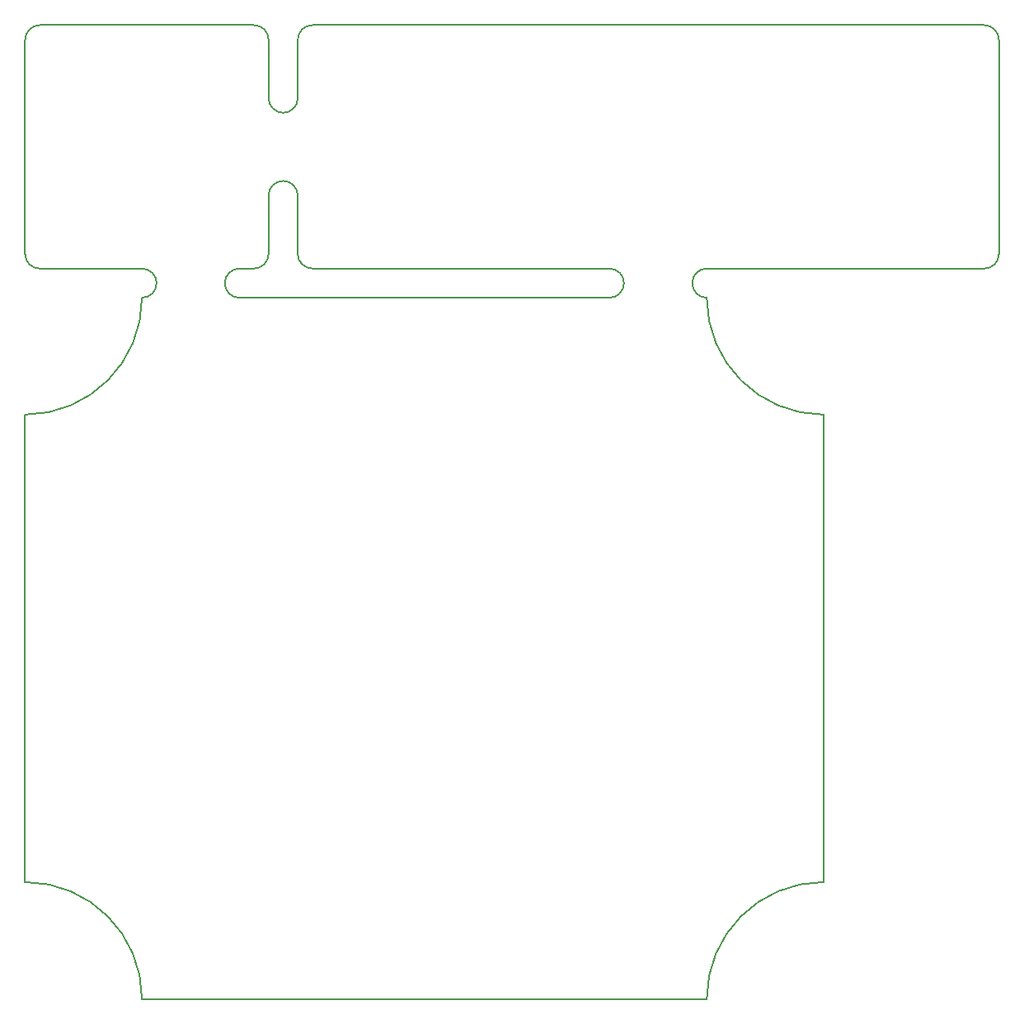
<source format=gm1>
G04 #@! TF.FileFunction,Profile,NP*
%FSLAX46Y46*%
G04 Gerber Fmt 4.6, Leading zero omitted, Abs format (unit mm)*
G04 Created by KiCad (PCBNEW 4.0.2+dfsg1-stable) date Di 21 Feb 2017 01:47:22 CET*
%MOMM*%
G01*
G04 APERTURE LIST*
%ADD10C,0.100000*%
%ADD11C,0.150000*%
G04 APERTURE END LIST*
D10*
D11*
X129500000Y-71000000D02*
X160000000Y-71000000D01*
X122000000Y-71000000D02*
X123500000Y-71000000D01*
X198500000Y-46000000D02*
X129500000Y-46000000D01*
X123500000Y-46000000D02*
X101500000Y-46000000D01*
X170000000Y-71000000D02*
X198500000Y-71000000D01*
X122000000Y-74000000D02*
X160000000Y-74000000D01*
X160000000Y-74000000D02*
G75*
G03X161500000Y-72500000I0J1500000D01*
G01*
X161500000Y-72500000D02*
G75*
G03X160000000Y-71000000I-1500000J0D01*
G01*
X170000000Y-71000000D02*
G75*
G03X168500000Y-72500000I0J-1500000D01*
G01*
X168500000Y-72500000D02*
G75*
G03X170000000Y-74000000I1500000J0D01*
G01*
X128000000Y-47500000D02*
X128000000Y-53500000D01*
X128000000Y-63500000D02*
X128000000Y-69500000D01*
X125000000Y-63500000D02*
X125000000Y-69500000D01*
X125000000Y-47500000D02*
X125000000Y-53500000D01*
X126500000Y-55000000D02*
G75*
G03X128000000Y-53500000I0J1500000D01*
G01*
X125000000Y-53500000D02*
G75*
G03X126500000Y-55000000I1500000J0D01*
G01*
X128000000Y-63500000D02*
G75*
G03X126500000Y-62000000I-1500000J0D01*
G01*
X126500000Y-62000000D02*
G75*
G03X125000000Y-63500000I0J-1500000D01*
G01*
X129500000Y-46000000D02*
G75*
G03X128000000Y-47500000I0J-1500000D01*
G01*
X128000000Y-69500000D02*
G75*
G03X129500000Y-71000000I1500000J0D01*
G01*
X125000000Y-47500000D02*
G75*
G03X123500000Y-46000000I-1500000J0D01*
G01*
X123500000Y-71000000D02*
G75*
G03X125000000Y-69500000I0J1500000D01*
G01*
X112000000Y-71000000D02*
X101500000Y-71000000D01*
X120500000Y-72500000D02*
G75*
G03X122000000Y-74000000I1500000J0D01*
G01*
X122000000Y-71000000D02*
G75*
G03X120500000Y-72500000I0J-1500000D01*
G01*
X112000000Y-74000000D02*
G75*
G03X113500000Y-72500000I0J1500000D01*
G01*
X113500000Y-72500000D02*
G75*
G03X112000000Y-71000000I-1500000J0D01*
G01*
X200000000Y-69500000D02*
X200000000Y-47500000D01*
X100000000Y-47500000D02*
X100000000Y-69500000D01*
X198500000Y-71000000D02*
G75*
G03X200000000Y-69500000I0J1500000D01*
G01*
X200000000Y-47500000D02*
G75*
G03X198500000Y-46000000I-1500000J0D01*
G01*
X101500000Y-46000000D02*
G75*
G03X100000000Y-47500000I0J-1500000D01*
G01*
X100000000Y-69500000D02*
G75*
G03X101500000Y-71000000I1500000J0D01*
G01*
X112000000Y-146000000D02*
G75*
G03X100000000Y-134000000I-12000000J0D01*
G01*
X100000000Y-86000000D02*
X100000000Y-134000000D01*
X182000000Y-86000000D02*
X182000000Y-134000000D01*
X112000000Y-146000000D02*
X170000000Y-146000000D01*
X170000000Y-74000000D02*
G75*
G03X182000000Y-86000000I12000000J0D01*
G01*
X100000000Y-86000000D02*
G75*
G03X112000000Y-74000000I0J12000000D01*
G01*
X182000000Y-134000000D02*
G75*
G03X170000000Y-146000000I0J-12000000D01*
G01*
M02*

</source>
